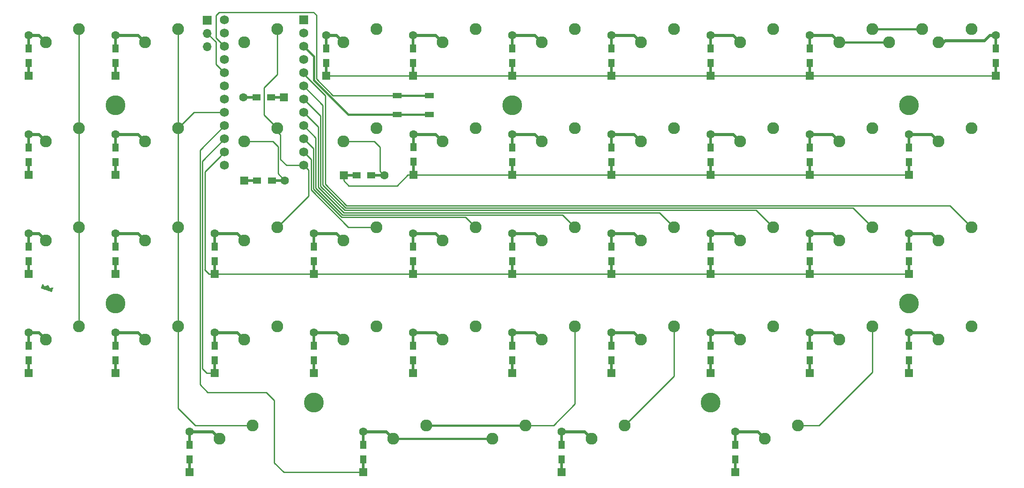
<source format=gbl>
G04 #@! TF.GenerationSoftware,KiCad,Pcbnew,(5.1.2)-2*
G04 #@! TF.CreationDate,2019-10-09T00:02:49-05:00*
G04 #@! TF.ProjectId,ai03-pcb-guide,61693033-2d70-4636-922d-67756964652e,rev?*
G04 #@! TF.SameCoordinates,Original*
G04 #@! TF.FileFunction,Copper,L2,Bot*
G04 #@! TF.FilePolarity,Positive*
%FSLAX46Y46*%
G04 Gerber Fmt 4.6, Leading zero omitted, Abs format (unit mm)*
G04 Created by KiCad (PCBNEW (5.1.2)-2) date 2019-10-09 00:02:49*
%MOMM*%
%LPD*%
G04 APERTURE LIST*
%ADD10C,0.010000*%
%ADD11C,2.286000*%
%ADD12R,0.500000X2.900000*%
%ADD13R,1.200000X1.600000*%
%ADD14C,1.600000*%
%ADD15R,1.600000X1.600000*%
%ADD16R,2.900000X0.500000*%
%ADD17R,1.600000X1.200000*%
%ADD18C,1.752600*%
%ADD19R,1.752600X1.752600*%
%ADD20R,1.800000X1.100000*%
%ADD21C,3.800000*%
%ADD22O,1.700000X1.700000*%
%ADD23R,1.700000X1.700000*%
%ADD24C,0.450000*%
%ADD25C,0.381000*%
%ADD26C,0.600000*%
%ADD27C,0.254000*%
G04 APERTURE END LIST*
D10*
G36*
X81239553Y-84403211D02*
G01*
X81225127Y-84407716D01*
X81219200Y-84412914D01*
X81216850Y-84420001D01*
X81210094Y-84439512D01*
X81199375Y-84470189D01*
X81185134Y-84510776D01*
X81167814Y-84560013D01*
X81147856Y-84616646D01*
X81125703Y-84679415D01*
X81101797Y-84747065D01*
X81088581Y-84784427D01*
X81063973Y-84854135D01*
X81040962Y-84919631D01*
X81019983Y-84979657D01*
X81001468Y-85032957D01*
X80985852Y-85078276D01*
X80973568Y-85114357D01*
X80965051Y-85139943D01*
X80960735Y-85153778D01*
X80960299Y-85155917D01*
X80967290Y-85158568D01*
X80987199Y-85165783D01*
X81019258Y-85177291D01*
X81062702Y-85192820D01*
X81116763Y-85212096D01*
X81180675Y-85234848D01*
X81253671Y-85260802D01*
X81334984Y-85289686D01*
X81423847Y-85321229D01*
X81519494Y-85355156D01*
X81621157Y-85391196D01*
X81728071Y-85429077D01*
X81839469Y-85468525D01*
X81945446Y-85506035D01*
X82060620Y-85546796D01*
X82172222Y-85586300D01*
X82279467Y-85624271D01*
X82381571Y-85660429D01*
X82477750Y-85694498D01*
X82567221Y-85726199D01*
X82649198Y-85755254D01*
X82722899Y-85781386D01*
X82787539Y-85804316D01*
X82842334Y-85823767D01*
X82886500Y-85839460D01*
X82919253Y-85851118D01*
X82939808Y-85858463D01*
X82947223Y-85861152D01*
X82966189Y-85868486D01*
X83097950Y-85495086D01*
X83127174Y-85412227D01*
X83151852Y-85341961D01*
X83172259Y-85283194D01*
X83188673Y-85234828D01*
X83201369Y-85195769D01*
X83210623Y-85164919D01*
X83216711Y-85141184D01*
X83219910Y-85123468D01*
X83220495Y-85110674D01*
X83218744Y-85101706D01*
X83214931Y-85095470D01*
X83209333Y-85090868D01*
X83202226Y-85086805D01*
X83200991Y-85086144D01*
X83193617Y-85085047D01*
X83178890Y-85086212D01*
X83155796Y-85089842D01*
X83123319Y-85096144D01*
X83080443Y-85105320D01*
X83026153Y-85117576D01*
X82959434Y-85133115D01*
X82912685Y-85144178D01*
X82851415Y-85158765D01*
X82794331Y-85172395D01*
X82743033Y-85184683D01*
X82699120Y-85195245D01*
X82664190Y-85203696D01*
X82639843Y-85209651D01*
X82627677Y-85212725D01*
X82626809Y-85212972D01*
X82622246Y-85210585D01*
X82614356Y-85200993D01*
X82602682Y-85183411D01*
X82586767Y-85157056D01*
X82566152Y-85121143D01*
X82540381Y-85074887D01*
X82508996Y-85017503D01*
X82471540Y-84948208D01*
X82460666Y-84927986D01*
X82428369Y-84868038D01*
X82397870Y-84811746D01*
X82369913Y-84760463D01*
X82345244Y-84715543D01*
X82324609Y-84678337D01*
X82308753Y-84650199D01*
X82298421Y-84632482D01*
X82294718Y-84626814D01*
X82279542Y-84616493D01*
X82268547Y-84614010D01*
X82258892Y-84616719D01*
X82237278Y-84624518D01*
X82205114Y-84636846D01*
X82163810Y-84653141D01*
X82114777Y-84672842D01*
X82059423Y-84695390D01*
X81999160Y-84720222D01*
X81946600Y-84742091D01*
X81883878Y-84768220D01*
X81825366Y-84792437D01*
X81772400Y-84814199D01*
X81726318Y-84832966D01*
X81688454Y-84848195D01*
X81660146Y-84859345D01*
X81642729Y-84865875D01*
X81637480Y-84867381D01*
X81632676Y-84861184D01*
X81619978Y-84844726D01*
X81600340Y-84819251D01*
X81574721Y-84785999D01*
X81544076Y-84746212D01*
X81509363Y-84701134D01*
X81471539Y-84652005D01*
X81459131Y-84635885D01*
X81420113Y-84585513D01*
X81383405Y-84538723D01*
X81350036Y-84496783D01*
X81321034Y-84460961D01*
X81297430Y-84432524D01*
X81280251Y-84412739D01*
X81270529Y-84402874D01*
X81269251Y-84402049D01*
X81256316Y-84400876D01*
X81239553Y-84403211D01*
X81239553Y-84403211D01*
G37*
X81239553Y-84403211D02*
X81225127Y-84407716D01*
X81219200Y-84412914D01*
X81216850Y-84420001D01*
X81210094Y-84439512D01*
X81199375Y-84470189D01*
X81185134Y-84510776D01*
X81167814Y-84560013D01*
X81147856Y-84616646D01*
X81125703Y-84679415D01*
X81101797Y-84747065D01*
X81088581Y-84784427D01*
X81063973Y-84854135D01*
X81040962Y-84919631D01*
X81019983Y-84979657D01*
X81001468Y-85032957D01*
X80985852Y-85078276D01*
X80973568Y-85114357D01*
X80965051Y-85139943D01*
X80960735Y-85153778D01*
X80960299Y-85155917D01*
X80967290Y-85158568D01*
X80987199Y-85165783D01*
X81019258Y-85177291D01*
X81062702Y-85192820D01*
X81116763Y-85212096D01*
X81180675Y-85234848D01*
X81253671Y-85260802D01*
X81334984Y-85289686D01*
X81423847Y-85321229D01*
X81519494Y-85355156D01*
X81621157Y-85391196D01*
X81728071Y-85429077D01*
X81839469Y-85468525D01*
X81945446Y-85506035D01*
X82060620Y-85546796D01*
X82172222Y-85586300D01*
X82279467Y-85624271D01*
X82381571Y-85660429D01*
X82477750Y-85694498D01*
X82567221Y-85726199D01*
X82649198Y-85755254D01*
X82722899Y-85781386D01*
X82787539Y-85804316D01*
X82842334Y-85823767D01*
X82886500Y-85839460D01*
X82919253Y-85851118D01*
X82939808Y-85858463D01*
X82947223Y-85861152D01*
X82966189Y-85868486D01*
X83097950Y-85495086D01*
X83127174Y-85412227D01*
X83151852Y-85341961D01*
X83172259Y-85283194D01*
X83188673Y-85234828D01*
X83201369Y-85195769D01*
X83210623Y-85164919D01*
X83216711Y-85141184D01*
X83219910Y-85123468D01*
X83220495Y-85110674D01*
X83218744Y-85101706D01*
X83214931Y-85095470D01*
X83209333Y-85090868D01*
X83202226Y-85086805D01*
X83200991Y-85086144D01*
X83193617Y-85085047D01*
X83178890Y-85086212D01*
X83155796Y-85089842D01*
X83123319Y-85096144D01*
X83080443Y-85105320D01*
X83026153Y-85117576D01*
X82959434Y-85133115D01*
X82912685Y-85144178D01*
X82851415Y-85158765D01*
X82794331Y-85172395D01*
X82743033Y-85184683D01*
X82699120Y-85195245D01*
X82664190Y-85203696D01*
X82639843Y-85209651D01*
X82627677Y-85212725D01*
X82626809Y-85212972D01*
X82622246Y-85210585D01*
X82614356Y-85200993D01*
X82602682Y-85183411D01*
X82586767Y-85157056D01*
X82566152Y-85121143D01*
X82540381Y-85074887D01*
X82508996Y-85017503D01*
X82471540Y-84948208D01*
X82460666Y-84927986D01*
X82428369Y-84868038D01*
X82397870Y-84811746D01*
X82369913Y-84760463D01*
X82345244Y-84715543D01*
X82324609Y-84678337D01*
X82308753Y-84650199D01*
X82298421Y-84632482D01*
X82294718Y-84626814D01*
X82279542Y-84616493D01*
X82268547Y-84614010D01*
X82258892Y-84616719D01*
X82237278Y-84624518D01*
X82205114Y-84636846D01*
X82163810Y-84653141D01*
X82114777Y-84672842D01*
X82059423Y-84695390D01*
X81999160Y-84720222D01*
X81946600Y-84742091D01*
X81883878Y-84768220D01*
X81825366Y-84792437D01*
X81772400Y-84814199D01*
X81726318Y-84832966D01*
X81688454Y-84848195D01*
X81660146Y-84859345D01*
X81642729Y-84865875D01*
X81637480Y-84867381D01*
X81632676Y-84861184D01*
X81619978Y-84844726D01*
X81600340Y-84819251D01*
X81574721Y-84785999D01*
X81544076Y-84746212D01*
X81509363Y-84701134D01*
X81471539Y-84652005D01*
X81459131Y-84635885D01*
X81420113Y-84585513D01*
X81383405Y-84538723D01*
X81350036Y-84496783D01*
X81321034Y-84460961D01*
X81297430Y-84432524D01*
X81280251Y-84412739D01*
X81270529Y-84402874D01*
X81269251Y-84402049D01*
X81256316Y-84400876D01*
X81239553Y-84403211D01*
D11*
X154940000Y-111601250D03*
X148590000Y-114141250D03*
X173990000Y-111601250D03*
X167640000Y-114141250D03*
X250190000Y-35401250D03*
X243840000Y-37941250D03*
D12*
X247650000Y-76081250D03*
D13*
X247650000Y-77181250D03*
X247650000Y-79981250D03*
D12*
X247650000Y-81081250D03*
D14*
X247650000Y-74681250D03*
D15*
X247650000Y-82481250D03*
D12*
X247650000Y-57031250D03*
D13*
X247650000Y-58131250D03*
X247650000Y-60931250D03*
D12*
X247650000Y-62031250D03*
D14*
X247650000Y-55631250D03*
D15*
X247650000Y-63431250D03*
D12*
X228600000Y-57031250D03*
D13*
X228600000Y-58131250D03*
X228600000Y-60931250D03*
D12*
X228600000Y-62031250D03*
D14*
X228600000Y-55631250D03*
D15*
X228600000Y-63431250D03*
D12*
X228600000Y-37981250D03*
D13*
X228600000Y-39081250D03*
X228600000Y-41881250D03*
D12*
X228600000Y-42981250D03*
D14*
X228600000Y-36581250D03*
D15*
X228600000Y-44381250D03*
D12*
X209550000Y-95131250D03*
D13*
X209550000Y-96231250D03*
X209550000Y-99031250D03*
D12*
X209550000Y-100131250D03*
D14*
X209550000Y-93731250D03*
D15*
X209550000Y-101531250D03*
D12*
X209550000Y-76081250D03*
D13*
X209550000Y-77181250D03*
X209550000Y-79981250D03*
D12*
X209550000Y-81081250D03*
D14*
X209550000Y-74681250D03*
D15*
X209550000Y-82481250D03*
D12*
X209550000Y-57031250D03*
D13*
X209550000Y-58131250D03*
X209550000Y-60931250D03*
D12*
X209550000Y-62031250D03*
D14*
X209550000Y-55631250D03*
D15*
X209550000Y-63431250D03*
D12*
X209550000Y-37981250D03*
D13*
X209550000Y-39081250D03*
X209550000Y-41881250D03*
D12*
X209550000Y-42981250D03*
D14*
X209550000Y-36581250D03*
D15*
X209550000Y-44381250D03*
D12*
X214312500Y-114181250D03*
D13*
X214312500Y-115281250D03*
X214312500Y-118081250D03*
D12*
X214312500Y-119181250D03*
D14*
X214312500Y-112781250D03*
D15*
X214312500Y-120581250D03*
D12*
X190500000Y-37981250D03*
D13*
X190500000Y-39081250D03*
X190500000Y-41881250D03*
D12*
X190500000Y-42981250D03*
D14*
X190500000Y-36581250D03*
D15*
X190500000Y-44381250D03*
D12*
X171450000Y-95131250D03*
D13*
X171450000Y-96231250D03*
X171450000Y-99031250D03*
D12*
X171450000Y-100131250D03*
D14*
X171450000Y-93731250D03*
D15*
X171450000Y-101531250D03*
D12*
X171450000Y-76081250D03*
D13*
X171450000Y-77181250D03*
X171450000Y-79981250D03*
D12*
X171450000Y-81081250D03*
D14*
X171450000Y-74681250D03*
D15*
X171450000Y-82481250D03*
D12*
X171450000Y-37981250D03*
D13*
X171450000Y-39081250D03*
X171450000Y-41881250D03*
D12*
X171450000Y-42981250D03*
D14*
X171450000Y-36581250D03*
D15*
X171450000Y-44381250D03*
D12*
X152400000Y-95131250D03*
D13*
X152400000Y-96231250D03*
X152400000Y-99031250D03*
D12*
X152400000Y-100131250D03*
D14*
X152400000Y-93731250D03*
D15*
X152400000Y-101531250D03*
D12*
X152500000Y-57000000D03*
D13*
X152500000Y-58100000D03*
X152500000Y-60900000D03*
D12*
X152500000Y-62000000D03*
D14*
X152500000Y-55600000D03*
D15*
X152500000Y-63400000D03*
D12*
X133350000Y-95131250D03*
D13*
X133350000Y-96231250D03*
X133350000Y-99031250D03*
D12*
X133350000Y-100131250D03*
D14*
X133350000Y-93731250D03*
D15*
X133350000Y-101531250D03*
D12*
X114300000Y-76081250D03*
D13*
X114300000Y-77181250D03*
X114300000Y-79981250D03*
D12*
X114300000Y-81081250D03*
D14*
X114300000Y-74681250D03*
D15*
X114300000Y-82481250D03*
D12*
X95250000Y-95131250D03*
D13*
X95250000Y-96231250D03*
X95250000Y-99031250D03*
D12*
X95250000Y-100131250D03*
D14*
X95250000Y-93731250D03*
D15*
X95250000Y-101531250D03*
D12*
X95250000Y-76081250D03*
D13*
X95250000Y-77181250D03*
X95250000Y-79981250D03*
D12*
X95250000Y-81081250D03*
D14*
X95250000Y-74681250D03*
D15*
X95250000Y-82481250D03*
D12*
X95250000Y-37981250D03*
D13*
X95250000Y-39081250D03*
X95250000Y-41881250D03*
D12*
X95250000Y-42981250D03*
D14*
X95250000Y-36581250D03*
D15*
X95250000Y-44381250D03*
D12*
X78581250Y-95131250D03*
D13*
X78581250Y-96231250D03*
X78581250Y-99031250D03*
D12*
X78581250Y-100131250D03*
D14*
X78581250Y-93731250D03*
D15*
X78581250Y-101531250D03*
D12*
X78581250Y-76081250D03*
D13*
X78581250Y-77181250D03*
X78581250Y-79981250D03*
D12*
X78581250Y-81081250D03*
D14*
X78581250Y-74681250D03*
D15*
X78581250Y-82481250D03*
D12*
X78581250Y-57031250D03*
D13*
X78581250Y-58131250D03*
X78581250Y-60931250D03*
D12*
X78581250Y-62031250D03*
D14*
X78581250Y-55631250D03*
D15*
X78581250Y-63431250D03*
D12*
X78581250Y-37981250D03*
D13*
X78581250Y-39081250D03*
X78581250Y-41881250D03*
D12*
X78581250Y-42981250D03*
D14*
X78581250Y-36581250D03*
D15*
X78581250Y-44381250D03*
X247650000Y-101531250D03*
D14*
X247650000Y-93731250D03*
D12*
X247650000Y-100131250D03*
D13*
X247650000Y-99031250D03*
X247650000Y-96231250D03*
D12*
X247650000Y-95131250D03*
D15*
X264318750Y-44381250D03*
D14*
X264318750Y-36581250D03*
D12*
X264318750Y-42981250D03*
D13*
X264318750Y-41881250D03*
X264318750Y-39081250D03*
D12*
X264318750Y-37981250D03*
D15*
X228600000Y-101531250D03*
D14*
X228600000Y-93731250D03*
D12*
X228600000Y-100131250D03*
D13*
X228600000Y-99031250D03*
X228600000Y-96231250D03*
D12*
X228600000Y-95131250D03*
D15*
X228600000Y-82481250D03*
D14*
X228600000Y-74681250D03*
D12*
X228600000Y-81081250D03*
D13*
X228600000Y-79981250D03*
X228600000Y-77181250D03*
D12*
X228600000Y-76081250D03*
D15*
X190500000Y-101531250D03*
D14*
X190500000Y-93731250D03*
D12*
X190500000Y-100131250D03*
D13*
X190500000Y-99031250D03*
X190500000Y-96231250D03*
D12*
X190500000Y-95131250D03*
D15*
X190500000Y-82481250D03*
D14*
X190500000Y-74681250D03*
D12*
X190500000Y-81081250D03*
D13*
X190500000Y-79981250D03*
X190500000Y-77181250D03*
D12*
X190500000Y-76081250D03*
D15*
X190500000Y-63431250D03*
D14*
X190500000Y-55631250D03*
D12*
X190500000Y-62031250D03*
D13*
X190500000Y-60931250D03*
X190500000Y-58131250D03*
D12*
X190500000Y-57031250D03*
D15*
X180975000Y-120581250D03*
D14*
X180975000Y-112781250D03*
D12*
X180975000Y-119181250D03*
D13*
X180975000Y-118081250D03*
X180975000Y-115281250D03*
D12*
X180975000Y-114181250D03*
D15*
X171450000Y-63431250D03*
D14*
X171450000Y-55631250D03*
D12*
X171450000Y-62031250D03*
D13*
X171450000Y-60931250D03*
X171450000Y-58131250D03*
D12*
X171450000Y-57031250D03*
D15*
X142875000Y-120581250D03*
D14*
X142875000Y-112781250D03*
D12*
X142875000Y-119181250D03*
D13*
X142875000Y-118081250D03*
X142875000Y-115281250D03*
D12*
X142875000Y-114181250D03*
D15*
X152400000Y-82481250D03*
D14*
X152400000Y-74681250D03*
D12*
X152400000Y-81081250D03*
D13*
X152400000Y-79981250D03*
X152400000Y-77181250D03*
D12*
X152400000Y-76081250D03*
D15*
X152400000Y-44381250D03*
D14*
X152400000Y-36581250D03*
D12*
X152400000Y-42981250D03*
D13*
X152400000Y-41881250D03*
X152400000Y-39081250D03*
D12*
X152400000Y-37981250D03*
D15*
X109537500Y-120581250D03*
D14*
X109537500Y-112781250D03*
D12*
X109537500Y-119181250D03*
D13*
X109537500Y-118081250D03*
X109537500Y-115281250D03*
D12*
X109537500Y-114181250D03*
D15*
X133350000Y-82481250D03*
D14*
X133350000Y-74681250D03*
D12*
X133350000Y-81081250D03*
D13*
X133350000Y-79981250D03*
X133350000Y-77181250D03*
D12*
X133350000Y-76081250D03*
D15*
X139100000Y-63500000D03*
D14*
X146900000Y-63500000D03*
D16*
X140500000Y-63500000D03*
D17*
X141600000Y-63500000D03*
X144400000Y-63500000D03*
D16*
X145500000Y-63500000D03*
D15*
X135731250Y-44381250D03*
D14*
X135731250Y-36581250D03*
D12*
X135731250Y-42981250D03*
D13*
X135731250Y-41881250D03*
X135731250Y-39081250D03*
D12*
X135731250Y-37981250D03*
D15*
X114300000Y-101531250D03*
D14*
X114300000Y-93731250D03*
D12*
X114300000Y-100131250D03*
D13*
X114300000Y-99031250D03*
X114300000Y-96231250D03*
D12*
X114300000Y-95131250D03*
D15*
X120000000Y-64500000D03*
D14*
X127800000Y-64500000D03*
D16*
X121400000Y-64500000D03*
D17*
X122500000Y-64500000D03*
X125300000Y-64500000D03*
D16*
X126400000Y-64500000D03*
D15*
X127650000Y-48500000D03*
D14*
X119850000Y-48500000D03*
D16*
X126250000Y-48500000D03*
D17*
X125150000Y-48500000D03*
X122350000Y-48500000D03*
D16*
X121250000Y-48500000D03*
D15*
X95250000Y-63431250D03*
D14*
X95250000Y-55631250D03*
D12*
X95250000Y-62031250D03*
D13*
X95250000Y-60931250D03*
X95250000Y-58131250D03*
D12*
X95250000Y-57031250D03*
D18*
X116205000Y-33655000D03*
X131445000Y-61595000D03*
X116205000Y-36195000D03*
X116205000Y-38735000D03*
X116205000Y-41275000D03*
X116205000Y-43815000D03*
X116205000Y-46355000D03*
X116205000Y-48895000D03*
X116205000Y-51435000D03*
X116205000Y-53975000D03*
X116205000Y-56515000D03*
X116205000Y-59055000D03*
X116205000Y-61595000D03*
X131445000Y-59055000D03*
X131445000Y-56515000D03*
X131445000Y-53975000D03*
X131445000Y-51435000D03*
X131445000Y-48895000D03*
X131445000Y-46355000D03*
X131445000Y-43815000D03*
X131445000Y-41275000D03*
X131445000Y-38735000D03*
X131445000Y-36195000D03*
D19*
X131445000Y-33655000D03*
D11*
X126365000Y-54451250D03*
X120015000Y-56991250D03*
X107315000Y-73501250D03*
X100965000Y-76041250D03*
X107315000Y-35401250D03*
X100965000Y-37941250D03*
D20*
X149400000Y-51850000D03*
X155600000Y-51850000D03*
X149400000Y-48150000D03*
X155600000Y-48150000D03*
D11*
X226377500Y-111601250D03*
X220027500Y-114141250D03*
X193040000Y-111601250D03*
X186690000Y-114141250D03*
D21*
X171450000Y-50006250D03*
X95250000Y-88106250D03*
X247650000Y-50006250D03*
X247650000Y-88106250D03*
X209550000Y-107156250D03*
X133350000Y-107156250D03*
X95250000Y-50006250D03*
D11*
X115252500Y-114141250D03*
X121602500Y-111601250D03*
X259715000Y-73501250D03*
X253365000Y-76041250D03*
X221615000Y-73501250D03*
X215265000Y-76041250D03*
X107315000Y-54451250D03*
X100965000Y-56991250D03*
D22*
X112900000Y-38740000D03*
X112900000Y-36200000D03*
D23*
X112900000Y-33660000D03*
D11*
X126365000Y-73501250D03*
X120015000Y-76041250D03*
X88265000Y-92551250D03*
X81915000Y-95091250D03*
X183515000Y-54451250D03*
X177165000Y-56991250D03*
X107315000Y-92551250D03*
X100965000Y-95091250D03*
X145415000Y-92551250D03*
X139065000Y-95091250D03*
X202565000Y-54451250D03*
X196215000Y-56991250D03*
X164465000Y-54451250D03*
X158115000Y-56991250D03*
X259715000Y-92551250D03*
X253365000Y-95091250D03*
X145415000Y-54451250D03*
X139065000Y-56991250D03*
X88265000Y-54451250D03*
X81915000Y-56991250D03*
X240665000Y-92551250D03*
X234315000Y-95091250D03*
X259715000Y-54451250D03*
X253365000Y-56991250D03*
X240665000Y-54451250D03*
X234315000Y-56991250D03*
X183515000Y-92551250D03*
X177165000Y-95091250D03*
X202565000Y-92551250D03*
X196215000Y-95091250D03*
X240665000Y-73501250D03*
X234315000Y-76041250D03*
X202565000Y-73501250D03*
X196215000Y-76041250D03*
X221615000Y-54451250D03*
X215265000Y-56991250D03*
X183515000Y-73501250D03*
X177165000Y-76041250D03*
X164465000Y-73501250D03*
X158115000Y-76041250D03*
X145415000Y-73501250D03*
X139065000Y-76041250D03*
X221615000Y-92551250D03*
X215265000Y-95091250D03*
X126365000Y-92551250D03*
X120015000Y-95091250D03*
X164465000Y-92551250D03*
X158115000Y-95091250D03*
X88265000Y-73501250D03*
X81915000Y-76041250D03*
X240665000Y-35401250D03*
X234315000Y-37941250D03*
X221615000Y-35401250D03*
X215265000Y-37941250D03*
X202565000Y-35401250D03*
X196215000Y-37941250D03*
X183515000Y-35401250D03*
X177165000Y-37941250D03*
X164465000Y-35401250D03*
X158115000Y-37941250D03*
X145415000Y-35401250D03*
X139065000Y-37941250D03*
X126365000Y-35401250D03*
X120015000Y-37941250D03*
X88265000Y-35401250D03*
X81915000Y-37941250D03*
X259715000Y-35401250D03*
X253365000Y-37941250D03*
D24*
X155600000Y-51850000D02*
X154250000Y-51850000D01*
X154250000Y-51850000D02*
X152350000Y-51850000D01*
X152350000Y-51850000D02*
X149400000Y-51850000D01*
D25*
X148119000Y-51850000D02*
X141510000Y-51850000D01*
X149400000Y-51850000D02*
X148119000Y-51850000D01*
X141510000Y-51850000D02*
X142010000Y-51850000D01*
X139991868Y-51850000D02*
X140960000Y-51850000D01*
X140960000Y-51850000D02*
X141510000Y-51850000D01*
X133350934Y-40640934D02*
X133350934Y-45209066D01*
X131445000Y-38735000D02*
X133350934Y-40640934D01*
X133350934Y-45209066D02*
X139991868Y-51850000D01*
D26*
X80555000Y-36581250D02*
X81915000Y-37941250D01*
X78581250Y-36581250D02*
X80555000Y-36581250D01*
X80555000Y-55631250D02*
X81915000Y-56991250D01*
X78581250Y-55631250D02*
X80555000Y-55631250D01*
X80555000Y-74681250D02*
X81915000Y-76041250D01*
X78581250Y-74681250D02*
X80555000Y-74681250D01*
X80555000Y-93731250D02*
X81915000Y-95091250D01*
X78581250Y-93731250D02*
X80555000Y-93731250D01*
X99605000Y-36581250D02*
X100965000Y-37941250D01*
X95250000Y-36581250D02*
X99605000Y-36581250D01*
X99605000Y-55631250D02*
X100965000Y-56991250D01*
X95250000Y-55631250D02*
X99605000Y-55631250D01*
X99605000Y-74681250D02*
X100965000Y-76041250D01*
X95250000Y-74681250D02*
X99605000Y-74681250D01*
X99605000Y-93731250D02*
X100965000Y-95091250D01*
X95250000Y-93731250D02*
X99605000Y-93731250D01*
D27*
X126500000Y-63200000D02*
X127800000Y-64500000D01*
X126500000Y-58000000D02*
X126500000Y-63200000D01*
X120015000Y-56991250D02*
X125491250Y-56991250D01*
X125491250Y-56991250D02*
X126500000Y-58000000D01*
D26*
X118655000Y-74681250D02*
X120015000Y-76041250D01*
X114300000Y-74681250D02*
X118655000Y-74681250D01*
X118655000Y-93731250D02*
X120015000Y-95091250D01*
X114300000Y-93731250D02*
X118655000Y-93731250D01*
X137705000Y-36581250D02*
X139065000Y-37941250D01*
X135731250Y-36581250D02*
X137705000Y-36581250D01*
D27*
X139065000Y-56991250D02*
X144991250Y-56991250D01*
X146100001Y-62700001D02*
X146900000Y-63500000D01*
X146100001Y-58100001D02*
X146100001Y-62700001D01*
X144991250Y-56991250D02*
X146100001Y-58100001D01*
D26*
X137705000Y-74681250D02*
X139065000Y-76041250D01*
X133350000Y-74681250D02*
X137705000Y-74681250D01*
X137705000Y-93731250D02*
X139065000Y-95091250D01*
X133350000Y-93731250D02*
X137705000Y-93731250D01*
X113892500Y-112781250D02*
X115252500Y-114141250D01*
X109537500Y-112781250D02*
X113892500Y-112781250D01*
X156755000Y-36581250D02*
X158115000Y-37941250D01*
X152400000Y-36581250D02*
X156755000Y-36581250D01*
X156723750Y-55600000D02*
X158115000Y-56991250D01*
X152500000Y-55600000D02*
X156723750Y-55600000D01*
X156755000Y-74681250D02*
X158115000Y-76041250D01*
X152400000Y-74681250D02*
X156755000Y-74681250D01*
X156755000Y-93731250D02*
X158115000Y-95091250D01*
X152400000Y-93731250D02*
X156755000Y-93731250D01*
X147230000Y-112781250D02*
X148590000Y-114141250D01*
X142875000Y-112781250D02*
X147230000Y-112781250D01*
D24*
X148590000Y-114141250D02*
X167640000Y-114141250D01*
D26*
X175805000Y-36581250D02*
X177165000Y-37941250D01*
X171450000Y-36581250D02*
X175805000Y-36581250D01*
X175805000Y-55631250D02*
X177165000Y-56991250D01*
X171450000Y-55631250D02*
X175805000Y-55631250D01*
X175805000Y-74681250D02*
X177165000Y-76041250D01*
X171450000Y-74681250D02*
X175805000Y-74681250D01*
X175805000Y-93731250D02*
X177165000Y-95091250D01*
X171450000Y-93731250D02*
X175805000Y-93731250D01*
X185330000Y-112781250D02*
X186690000Y-114141250D01*
X180975000Y-112781250D02*
X185330000Y-112781250D01*
X194855000Y-36581250D02*
X196215000Y-37941250D01*
X190500000Y-36581250D02*
X194855000Y-36581250D01*
X194855000Y-55631250D02*
X196215000Y-56991250D01*
X190500000Y-55631250D02*
X194855000Y-55631250D01*
X194855000Y-74681250D02*
X196215000Y-76041250D01*
X190500000Y-74681250D02*
X194855000Y-74681250D01*
X194855000Y-93731250D02*
X196215000Y-95091250D01*
X190500000Y-93731250D02*
X194855000Y-93731250D01*
X218667500Y-112781250D02*
X220027500Y-114141250D01*
X214312500Y-112781250D02*
X218667500Y-112781250D01*
X213905000Y-36581250D02*
X215265000Y-37941250D01*
X209550000Y-36581250D02*
X213905000Y-36581250D01*
X213905000Y-55631250D02*
X215265000Y-56991250D01*
X209550000Y-55631250D02*
X213905000Y-55631250D01*
X213905000Y-74681250D02*
X215265000Y-76041250D01*
X209550000Y-74681250D02*
X213905000Y-74681250D01*
X213905000Y-93731250D02*
X215265000Y-95091250D01*
X209550000Y-93731250D02*
X213905000Y-93731250D01*
X232955000Y-36581250D02*
X234315000Y-37941250D01*
X228600000Y-36581250D02*
X232955000Y-36581250D01*
D24*
X235931446Y-37941250D02*
X243840000Y-37941250D01*
X234315000Y-37941250D02*
X235931446Y-37941250D01*
D26*
X232955000Y-55631250D02*
X234315000Y-56991250D01*
X228600000Y-55631250D02*
X232955000Y-55631250D01*
X232955000Y-74681250D02*
X234315000Y-76041250D01*
X228600000Y-74681250D02*
X232955000Y-74681250D01*
X232955000Y-93731250D02*
X234315000Y-95091250D01*
X228600000Y-93731250D02*
X232955000Y-93731250D01*
X253365000Y-37941250D02*
X254258750Y-37941250D01*
X263187380Y-36581250D02*
X262184315Y-37584315D01*
X254615685Y-37584315D02*
X262184315Y-37584315D01*
X254258750Y-37941250D02*
X254615685Y-37584315D01*
X264318750Y-36581250D02*
X263187380Y-36581250D01*
X252005000Y-55631250D02*
X253365000Y-56991250D01*
X247650000Y-55631250D02*
X252005000Y-55631250D01*
X252005000Y-74681250D02*
X253365000Y-76041250D01*
X247650000Y-74681250D02*
X252005000Y-74681250D01*
X252005000Y-93731250D02*
X253365000Y-95091250D01*
X247650000Y-93731250D02*
X252005000Y-93731250D01*
D27*
X247650000Y-44381250D02*
X264318750Y-44381250D01*
X135731250Y-44381250D02*
X247650000Y-44381250D01*
X228600000Y-44381250D02*
X264318750Y-44381250D01*
X139100000Y-64554000D02*
X140046000Y-65500000D01*
X139100000Y-63500000D02*
X139100000Y-64554000D01*
X151446000Y-63400000D02*
X152500000Y-63400000D01*
X149346000Y-65500000D02*
X151446000Y-63400000D01*
X140046000Y-65500000D02*
X149346000Y-65500000D01*
X247618750Y-63400000D02*
X247650000Y-63431250D01*
X152500000Y-63400000D02*
X247618750Y-63400000D01*
D24*
X114300000Y-82481250D02*
X114300000Y-81231250D01*
D27*
X113246000Y-82481250D02*
X112406020Y-81641270D01*
X114300000Y-82481250D02*
X113246000Y-82481250D01*
X115328701Y-59931299D02*
X116205000Y-59055000D01*
X112454009Y-62805991D02*
X115328701Y-59931299D01*
X112454009Y-81593281D02*
X112454009Y-62805991D01*
X112406020Y-81641270D02*
X112454009Y-81593281D01*
X133350000Y-82481250D02*
X247650000Y-82481250D01*
X114300000Y-82481250D02*
X133350000Y-82481250D01*
X111952010Y-60767990D02*
X111952010Y-61609943D01*
X116205000Y-56515000D02*
X111952010Y-60767990D01*
X111952010Y-68462010D02*
X112000000Y-68510000D01*
X111952010Y-68097990D02*
X111952010Y-68462010D01*
X111952010Y-61609943D02*
X111952010Y-68097990D01*
X112841250Y-101531250D02*
X114300000Y-101531250D01*
X111952010Y-68097990D02*
X111952010Y-100642010D01*
X111952010Y-100642010D02*
X112841250Y-101531250D01*
X111498000Y-99658000D02*
X111498000Y-61798000D01*
X111498000Y-61798000D02*
X111498000Y-63621360D01*
X111498000Y-98380000D02*
X111498000Y-99658000D01*
X111498000Y-58682000D02*
X111498000Y-60582000D01*
X116205000Y-53975000D02*
X111498000Y-58682000D01*
X111498000Y-60582000D02*
X111498000Y-61798000D01*
X111498000Y-103748000D02*
X111498000Y-100502000D01*
X113000000Y-105250000D02*
X111498000Y-103748000D01*
X111498000Y-99658000D02*
X111498000Y-100502000D01*
X142875000Y-120581250D02*
X127581250Y-120581250D01*
X127581250Y-120581250D02*
X125750000Y-118750000D01*
X125750000Y-106750000D02*
X124250000Y-105250000D01*
X125750000Y-118750000D02*
X125750000Y-106750000D01*
X124250000Y-105250000D02*
X113000000Y-105250000D01*
X255522667Y-69308917D02*
X259715000Y-73501250D01*
X139661313Y-69308917D02*
X255522667Y-69308917D01*
X131445000Y-43815000D02*
X131445000Y-44035000D01*
X131445000Y-44035000D02*
X135554058Y-48144058D01*
X135554058Y-48144058D02*
X135554058Y-53617857D01*
X135554058Y-53617857D02*
X135554060Y-53617859D01*
X135554060Y-53617859D02*
X135554060Y-65201664D01*
X135554060Y-65201664D02*
X139661313Y-69308917D01*
X88265000Y-35401250D02*
X88265000Y-92551250D01*
X107315000Y-54451250D02*
X107315000Y-92551250D01*
X107315000Y-52834804D02*
X107315000Y-35401250D01*
X107315000Y-54451250D02*
X107315000Y-52834804D01*
X110331250Y-51435000D02*
X116205000Y-51435000D01*
X107315000Y-54451250D02*
X110331250Y-51435000D01*
X107315000Y-108315000D02*
X107315000Y-92551250D01*
X110600000Y-111600000D02*
X107315000Y-108315000D01*
X119984804Y-111600000D02*
X110600000Y-111600000D01*
X119986054Y-111601250D02*
X119984804Y-111600000D01*
X121602500Y-111601250D02*
X119986054Y-111601250D01*
X128095000Y-61595000D02*
X131445000Y-61595000D01*
X126954010Y-60454010D02*
X128095000Y-61595000D01*
X126954010Y-55704010D02*
X126954010Y-60454010D01*
X126365000Y-55115000D02*
X126954010Y-55704010D01*
X126365000Y-54451250D02*
X126365000Y-55115000D01*
X126365000Y-44135000D02*
X126365000Y-35401250D01*
X123810000Y-46690000D02*
X126365000Y-44135000D01*
X123810000Y-51896250D02*
X123810000Y-46690000D01*
X126365000Y-54451250D02*
X123810000Y-51896250D01*
X131445000Y-61595000D02*
X132375990Y-62525990D01*
X132375990Y-67490260D02*
X130683125Y-69183125D01*
X132375990Y-62525990D02*
X132375990Y-67490260D01*
X130683125Y-69183125D02*
X126365000Y-73501250D01*
D24*
X131445000Y-59055000D02*
X131445000Y-59505000D01*
D27*
X140001250Y-73501250D02*
X145415000Y-73501250D01*
X132830000Y-66330000D02*
X140001250Y-73501250D01*
X131445000Y-59055000D02*
X132830000Y-60440000D01*
X132830000Y-60440000D02*
X132830000Y-66330000D01*
X162542717Y-71578967D02*
X164465000Y-73501250D01*
X138721033Y-71578967D02*
X162542717Y-71578967D01*
X133284010Y-66141944D02*
X138721033Y-71578967D01*
X133284010Y-58354010D02*
X133284010Y-66141944D01*
X131445000Y-56515000D02*
X133284010Y-58354010D01*
X182372001Y-72358251D02*
X183515000Y-73501250D01*
X181138707Y-71124957D02*
X182372001Y-72358251D01*
X138909089Y-71124957D02*
X181138707Y-71124957D01*
X133738020Y-65953888D02*
X138909089Y-71124957D01*
X133738020Y-56268020D02*
X133738020Y-65953888D01*
X131445000Y-53975000D02*
X133738020Y-56268020D01*
X173990000Y-111601250D02*
X179398750Y-111601250D01*
X183515000Y-107485000D02*
X183515000Y-92551250D01*
X179398750Y-111601250D02*
X183515000Y-107485000D01*
D24*
X154940000Y-111601250D02*
X173990000Y-111601250D01*
D27*
X199734697Y-70670947D02*
X202565000Y-73501250D01*
X139097145Y-70670947D02*
X199734697Y-70670947D01*
X134192030Y-65765832D02*
X139097145Y-70670947D01*
X134192030Y-54182030D02*
X134192030Y-65765832D01*
X131445000Y-51435000D02*
X134192030Y-54182030D01*
X202565000Y-102076250D02*
X202565000Y-92551250D01*
X193040000Y-111601250D02*
X202565000Y-102076250D01*
X218330687Y-70216937D02*
X221615000Y-73501250D01*
X139285201Y-70216937D02*
X218330687Y-70216937D01*
X134646040Y-65577776D02*
X139285201Y-70216937D01*
X134646040Y-53993973D02*
X134646040Y-65577776D01*
X134646039Y-52096039D02*
X134646040Y-53993973D01*
X131445000Y-48895000D02*
X134646039Y-52096039D01*
X135100048Y-50010048D02*
X135100048Y-53805914D01*
X135100048Y-53805914D02*
X135100050Y-53805916D01*
X236926677Y-69762927D02*
X240665000Y-73501250D01*
X131445000Y-46355000D02*
X135100048Y-50010048D01*
X135100050Y-53805916D02*
X135100050Y-65389720D01*
X135100050Y-65389720D02*
X139473257Y-69762927D01*
X139473257Y-69762927D02*
X236926677Y-69762927D01*
X226377500Y-111601250D02*
X230398750Y-111601250D01*
X240665000Y-101335000D02*
X240665000Y-100535000D01*
X230398750Y-111601250D02*
X240665000Y-101335000D01*
X240665000Y-92551250D02*
X240665000Y-100535000D01*
D24*
X242281446Y-35401250D02*
X250190000Y-35401250D01*
X240665000Y-35401250D02*
X242281446Y-35401250D01*
D27*
X112900000Y-36200000D02*
X114590000Y-37890000D01*
X114590000Y-42200000D02*
X116205000Y-43815000D01*
X114590000Y-37890000D02*
X114590000Y-42200000D01*
D24*
X149400000Y-48150000D02*
X155600000Y-48150000D01*
D27*
X114590000Y-37120000D02*
X114590000Y-32770000D01*
X116205000Y-38735000D02*
X114590000Y-37120000D01*
X114590000Y-32770000D02*
X115200000Y-32160000D01*
X149400000Y-48150000D02*
X137023736Y-48150000D01*
X133868444Y-32708444D02*
X133320000Y-32160000D01*
X133868444Y-44994708D02*
X133868444Y-32708444D01*
X137023736Y-48150000D02*
X133868444Y-44994708D01*
X115200000Y-32160000D02*
X133320000Y-32160000D01*
M02*

</source>
